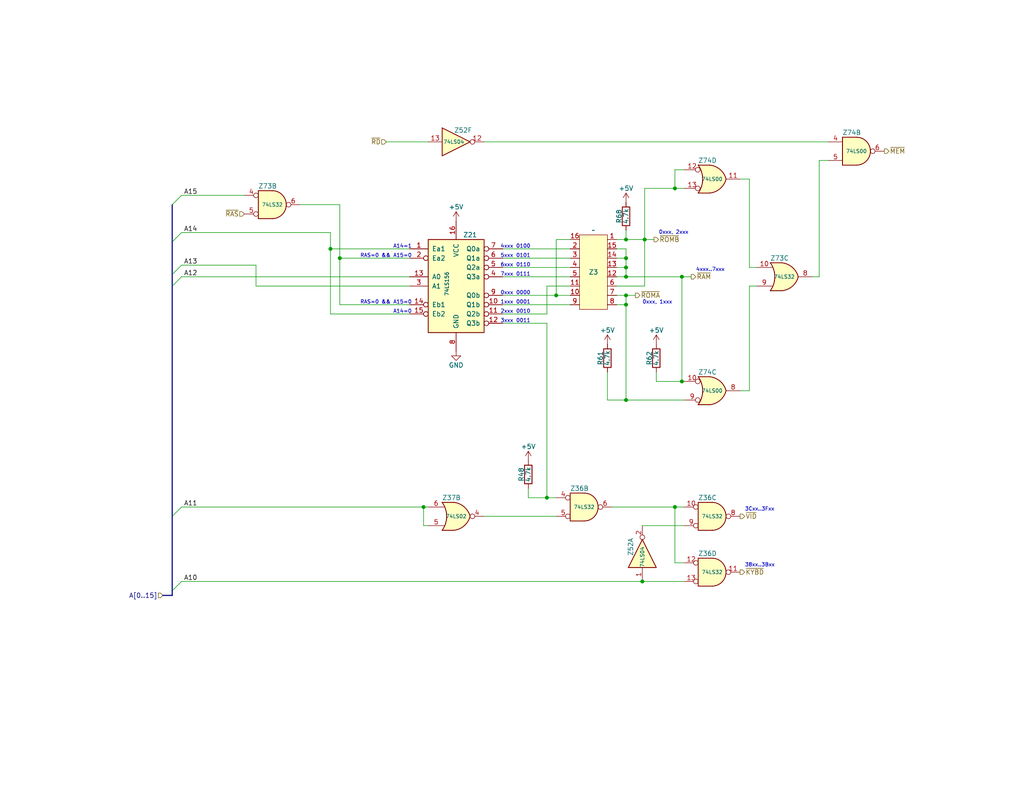
<source format=kicad_sch>
(kicad_sch (version 20230121) (generator eeschema)
  (paper "USLetter")
  (title_block (title "TRS-80 Model I") (date "2023-10-24") (rev "G") (company "RetroStack - Marcel Erz") (comment 2 "Address decoder circuit for main board components (except IO)") (comment 4 "Address Decoder"))
  (lib_symbols
    (symbol "74xx:74LS00" (pin_names (offset 1.016))
      (property "Reference" "U" (at 0 1.27 0))
      (property "Value" "74LS00" (at 0 -1.27 0))
      (symbol "74LS00_1_1"
        (arc (start 0 -3.81) (mid 3.7934 0) (end 0 3.81) (stroke (width 0.254)) (fill (type background)))
        (polyline (pts (xy 0 3.81) (xy -3.81 3.81) (xy -3.81 -3.81) (xy 0 -3.81)) (stroke (width 0.254)) (fill (type background)))
        (pin input line (at -7.62 2.54 0) (length 3.81) (name "~") (number "1"))
        (pin input line (at -7.62 -2.54 0) (length 3.81) (name "~") (number "2"))
        (pin output inverted (at 7.62 0 180) (length 3.81) (name "~") (number "3"))
      )
      (symbol "74LS00_1_2"
        (arc (start -3.81 -3.81) (mid -2.589 0) (end -3.81 3.81) (stroke (width 0.254)))
        (arc (start -0.6096 -3.81) (mid 2.1842 -2.5851) (end 3.81 0) (stroke (width 0.254)) (fill (type background)))
        (polyline (pts (xy -3.81 -3.81) (xy -0.635 -3.81)) (stroke (width 0.254)) (fill (type background)))
        (polyline (pts (xy -3.81 3.81) (xy -0.635 3.81)) (stroke (width 0.254)) (fill (type background)))
        (polyline (pts (xy -0.635 3.81) (xy -3.81 3.81) (xy -3.81 3.81) (xy -3.556 3.4036) (xy -3.0226 2.2606) (xy -2.6924 1.0414) (xy -2.6162 -0.254) (xy -2.7686 -1.4986) (xy -3.175 -2.7178) (xy -3.81 -3.81) (xy -3.81 -3.81) (xy -0.635 -3.81)) (stroke (width -25.4)) (fill (type background)))
        (arc (start 3.81 0) (mid 2.1915 2.5936) (end -0.6096 3.81) (stroke (width 0.254)) (fill (type background)))
        (pin input inverted (at -7.62 2.54 0) (length 4.318) (name "~") (number "1"))
        (pin input inverted (at -7.62 -2.54 0) (length 4.318) (name "~") (number "2"))
        (pin output line (at 7.62 0 180) (length 3.81) (name "~") (number "3"))
      )
      (symbol "74LS00_2_1"
        (arc (start 0 -3.81) (mid 3.7934 0) (end 0 3.81) (stroke (width 0.254)) (fill (type background)))
        (polyline (pts (xy 0 3.81) (xy -3.81 3.81) (xy -3.81 -3.81) (xy 0 -3.81)) (stroke (width 0.254)) (fill (type background)))
        (pin input line (at -7.62 2.54 0) (length 3.81) (name "~") (number "4"))
        (pin input line (at -7.62 -2.54 0) (length 3.81) (name "~") (number "5"))
        (pin output inverted (at 7.62 0 180) (length 3.81) (name "~") (number "6"))
      )
      (symbol "74LS00_2_2"
        (arc (start -3.81 -3.81) (mid -2.589 0) (end -3.81 3.81) (stroke (width 0.254)))
        (arc (start -0.6096 -3.81) (mid 2.1842 -2.5851) (end 3.81 0) (stroke (width 0.254)) (fill (type background)))
        (polyline (pts (xy -3.81 -3.81) (xy -0.635 -3.81)) (stroke (width 0.254)) (fill (type background)))
        (polyline (pts (xy -3.81 3.81) (xy -0.635 3.81)) (stroke (width 0.254)) (fill (type background)))
        (polyline (pts (xy -0.635 3.81) (xy -3.81 3.81) (xy -3.81 3.81) (xy -3.556 3.4036) (xy -3.0226 2.2606) (xy -2.6924 1.0414) (xy -2.6162 -0.254) (xy -2.7686 -1.4986) (xy -3.175 -2.7178) (xy -3.81 -3.81) (xy -3.81 -3.81) (xy -0.635 -3.81)) (stroke (width -25.4)) (fill (type background)))
        (arc (start 3.81 0) (mid 2.1915 2.5936) (end -0.6096 3.81) (stroke (width 0.254)) (fill (type background)))
        (pin input inverted (at -7.62 2.54 0) (length 4.318) (name "~") (number "4"))
        (pin input inverted (at -7.62 -2.54 0) (length 4.318) (name "~") (number "5"))
        (pin output line (at 7.62 0 180) (length 3.81) (name "~") (number "6"))
      )
      (symbol "74LS00_3_1"
        (arc (start 0 -3.81) (mid 3.7934 0) (end 0 3.81) (stroke (width 0.254)) (fill (type background)))
        (polyline (pts (xy 0 3.81) (xy -3.81 3.81) (xy -3.81 -3.81) (xy 0 -3.81)) (stroke (width 0.254)) (fill (type background)))
        (pin input line (at -7.62 -2.54 0) (length 3.81) (name "~") (number "10"))
        (pin output inverted (at 7.62 0 180) (length 3.81) (name "~") (number "8"))
        (pin input line (at -7.62 2.54 0) (length 3.81) (name "~") (number "9"))
      )
      (symbol "74LS00_3_2"
        (arc (start -3.81 -3.81) (mid -2.589 0) (end -3.81 3.81) (stroke (width 0.254)))
        (arc (start -0.6096 -3.81) (mid 2.1842 -2.5851) (end 3.81 0) (stroke (width 0.254)) (fill (type background)))
        (polyline (pts (xy -3.81 -3.81) (xy -0.635 -3.81)) (stroke (width 0.254)) (fill (type background)))
        (polyline (pts (xy -3.81 3.81) (xy -0.635 3.81)) (stroke (width 0.254)) (fill (type background)))
        (polyline (pts (xy -0.635 3.81) (xy -3.81 3.81) (xy -3.81 3.81) (xy -3.556 3.4036) (xy -3.0226 2.2606) (xy -2.6924 1.0414) (xy -2.6162 -0.254) (xy -2.7686 -1.4986) (xy -3.175 -2.7178) (xy -3.81 -3.81) (xy -3.81 -3.81) (xy -0.635 -3.81)) (stroke (width -25.4)) (fill (type background)))
        (arc (start 3.81 0) (mid 2.1915 2.5936) (end -0.6096 3.81) (stroke (width 0.254)) (fill (type background)))
        (pin input inverted (at -7.62 -2.54 0) (length 4.318) (name "~") (number "10"))
        (pin output line (at 7.62 0 180) (length 3.81) (name "~") (number "8"))
        (pin input inverted (at -7.62 2.54 0) (length 4.318) (name "~") (number "9"))
      )
      (symbol "74LS00_4_1"
        (arc (start 0 -3.81) (mid 3.7934 0) (end 0 3.81) (stroke (width 0.254)) (fill (type background)))
        (polyline (pts (xy 0 3.81) (xy -3.81 3.81) (xy -3.81 -3.81) (xy 0 -3.81)) (stroke (width 0.254)) (fill (type background)))
        (pin output inverted (at 7.62 0 180) (length 3.81) (name "~") (number "11"))
        (pin input line (at -7.62 2.54 0) (length 3.81) (name "~") (number "12"))
        (pin input line (at -7.62 -2.54 0) (length 3.81) (name "~") (number "13"))
      )
      (symbol "74LS00_4_2"
        (arc (start -3.81 -3.81) (mid -2.589 0) (end -3.81 3.81) (stroke (width 0.254)))
        (arc (start -0.6096 -3.81) (mid 2.1842 -2.5851) (end 3.81 0) (stroke (width 0.254)) (fill (type background)))
        (polyline (pts (xy -3.81 -3.81) (xy -0.635 -3.81)) (stroke (width 0.254)) (fill (type background)))
        (polyline (pts (xy -3.81 3.81) (xy -0.635 3.81)) (stroke (width 0.254)) (fill (type background)))
        (polyline (pts (xy -0.635 3.81) (xy -3.81 3.81) (xy -3.81 3.81) (xy -3.556 3.4036) (xy -3.0226 2.2606) (xy -2.6924 1.0414) (xy -2.6162 -0.254) (xy -2.7686 -1.4986) (xy -3.175 -2.7178) (xy -3.81 -3.81) (xy -3.81 -3.81) (xy -0.635 -3.81)) (stroke (width -25.4)) (fill (type background)))
        (arc (start 3.81 0) (mid 2.1915 2.5936) (end -0.6096 3.81) (stroke (width 0.254)) (fill (type background)))
        (pin output line (at 7.62 0 180) (length 3.81) (name "~") (number "11"))
        (pin input inverted (at -7.62 2.54 0) (length 4.318) (name "~") (number "12"))
        (pin input inverted (at -7.62 -2.54 0) (length 4.318) (name "~") (number "13"))
      )
      (symbol "74LS00_5_0"
        (pin power_in line (at 0 12.7 270) (length 5.08) (name "VCC") (number "14"))
        (pin power_in line (at 0 -12.7 90) (length 5.08) (name "GND") (number "7"))
      )
      (symbol "74LS00_5_1"
        (rectangle (start -5.08 7.62) (end 5.08 -7.62) (stroke (width 0.254)) (fill (type background)))
      )
    )
    (symbol "74xx:74LS02" (pin_names (offset 1.016))
      (property "Reference" "U" (at 0 1.27 0))
      (property "Value" "74LS02" (at 0 -1.27 0))
      (symbol "74LS02_1_1"
        (arc (start -3.81 -3.81) (mid -2.589 0) (end -3.81 3.81) (stroke (width 0.254)))
        (arc (start -0.6096 -3.81) (mid 2.1842 -2.5851) (end 3.81 0) (stroke (width 0.254)) (fill (type background)))
        (polyline (pts (xy -3.81 -3.81) (xy -0.635 -3.81)) (stroke (width 0.254)) (fill (type background)))
        (polyline (pts (xy -3.81 3.81) (xy -0.635 3.81)) (stroke (width 0.254)) (fill (type background)))
        (polyline (pts (xy -0.635 3.81) (xy -3.81 3.81) (xy -3.81 3.81) (xy -3.556 3.4036) (xy -3.0226 2.2606) (xy -2.6924 1.0414) (xy -2.6162 -0.254) (xy -2.7686 -1.4986) (xy -3.175 -2.7178) (xy -3.81 -3.81) (xy -3.81 -3.81) (xy -0.635 -3.81)) (stroke (width -25.4)) (fill (type background)))
        (arc (start 3.81 0) (mid 2.1915 2.5936) (end -0.6096 3.81) (stroke (width 0.254)) (fill (type background)))
        (pin output inverted (at 7.62 0 180) (length 3.81) (name "~") (number "1"))
        (pin input line (at -7.62 2.54 0) (length 4.318) (name "~") (number "2"))
        (pin input line (at -7.62 -2.54 0) (length 4.318) (name "~") (number "3"))
      )
      (symbol "74LS02_1_2"
        (arc (start 0 -3.81) (mid 3.7934 0) (end 0 3.81) (stroke (width 0.254)) (fill (type background)))
        (polyline (pts (xy 0 3.81) (xy -3.81 3.81) (xy -3.81 -3.81) (xy 0 -3.81)) (stroke (width 0.254)) (fill (type background)))
        (pin output line (at 7.62 0 180) (length 3.81) (name "~") (number "1"))
        (pin input inverted (at -7.62 2.54 0) (length 3.81) (name "~") (number "2"))
        (pin input inverted (at -7.62 -2.54 0) (length 3.81) (name "~") (number "3"))
      )
      (symbol "74LS02_2_1"
        (arc (start -3.81 -3.81) (mid -2.589 0) (end -3.81 3.81) (stroke (width 0.254)))
        (arc (start -0.6096 -3.81) (mid 2.1842 -2.5851) (end 3.81 0) (stroke (width 0.254)) (fill (type background)))
        (polyline (pts (xy -3.81 -3.81) (xy -0.635 -3.81)) (stroke (width 0.254)) (fill (type background)))
        (polyline (pts (xy -3.81 3.81) (xy -0.635 3.81)) (stroke (width 0.254)) (fill (type background)))
        (polyline (pts (xy -0.635 3.81) (xy -3.81 3.81) (xy -3.81 3.81) (xy -3.556 3.4036) (xy -3.0226 2.2606) (xy -2.6924 1.0414) (xy -2.6162 -0.254) (xy -2.7686 -1.4986) (xy -3.175 -2.7178) (xy -3.81 -3.81) (xy -3.81 -3.81) (xy -0.635 -3.81)) (stroke (width -25.4)) (fill (type background)))
        (arc (start 3.81 0) (mid 2.1915 2.5936) (end -0.6096 3.81) (stroke (width 0.254)) (fill (type background)))
        (pin output inverted (at 7.62 0 180) (length 3.81) (name "~") (number "4"))
        (pin input line (at -7.62 2.54 0) (length 4.318) (name "~") (number "5"))
        (pin input line (at -7.62 -2.54 0) (length 4.318) (name "~") (number "6"))
      )
      (symbol "74LS02_2_2"
        (arc (start 0 -3.81) (mid 3.7934 0) (end 0 3.81) (stroke (width 0.254)) (fill (type background)))
        (polyline (pts (xy 0 3.81) (xy -3.81 3.81) (xy -3.81 -3.81) (xy 0 -3.81)) (stroke (width 0.254)) (fill (type background)))
        (pin output line (at 7.62 0 180) (length 3.81) (name "~") (number "4"))
        (pin input inverted (at -7.62 2.54 0) (length 3.81) (name "~") (number "5"))
        (pin input inverted (at -7.62 -2.54 0) (length 3.81) (name "~") (number "6"))
      )
      (symbol "74LS02_3_1"
        (arc (start -3.81 -3.81) (mid -2.589 0) (end -3.81 3.81) (stroke (width 0.254)))
        (arc (start -0.6096 -3.81) (mid 2.1842 -2.5851) (end 3.81 0) (stroke (width 0.254)) (fill (type background)))
        (polyline (pts (xy -3.81 -3.81) (xy -0.635 -3.81)) (stroke (width 0.254)) (fill (type background)))
        (polyline (pts (xy -3.81 3.81) (xy -0.635 3.81)) (stroke (width 0.254)) (fill (type background)))
        (polyline (pts (xy -0.635 3.81) (xy -3.81 3.81) (xy -3.81 3.81) (xy -3.556 3.4036) (xy -3.0226 2.2606) (xy -2.6924 1.0414) (xy -2.6162 -0.254) (xy -2.7686 -1.4986) (xy -3.175 -2.7178) (xy -3.81 -3.81) (xy -3.81 -3.81) (xy -0.635 -3.81)) (stroke (width -25.4)) (fill (type background)))
        (arc (start 3.81 0) (mid 2.1915 2.5936) (end -0.6096 3.81) (stroke (width 0.254)) (fill (type background)))
        (pin output inverted (at 7.62 0 180) (length 3.81) (name "~") (number "10"))
        (pin input line (at -7.62 2.54 0) (length 4.318) (name "~") (number "8"))
        (pin input line (at -7.62 -2.54 0) (length 4.318) (name "~") (number "9"))
      )
      (symbol "74LS02_3_2"
        (arc (start 0 -3.81) (mid 3.7934 0) (end 0 3.81) (stroke (width 0.254)) (fill (type background)))
        (polyline (pts (xy 0 3.81) (xy -3.81 3.81) (xy -3.81 -3.81) (xy 0 -3.81)) (stroke (width 0.254)) (fill (type background)))
        (pin output line (at 7.62 0 180) (length 3.81) (name "~") (number "10"))
        (pin input inverted (at -7.62 2.54 0) (length 3.81) (name "~") (number "8"))
        (pin input inverted (at -7.62 -2.54 0) (length 3.81) (name "~") (number "9"))
      )
      (symbol "74LS02_4_1"
        (arc (start -3.81 -3.81) (mid -2.589 0) (end -3.81 3.81) (stroke (width 0.254)))
        (arc (start -0.6096 -3.81) (mid 2.1842 -2.5851) (end 3.81 0) (stroke (width 0.254)) (fill (type background)))
        (polyline (pts (xy -3.81 -3.81) (xy -0.635 -3.81)) (stroke (width 0.254)) (fill (type background)))
        (polyline (pts (xy -3.81 3.81) (xy -0.635 3.81)) (stroke (width 0.254)) (fill (type background)))
        (polyline (pts (xy -0.635 3.81) (xy -3.81 3.81) (xy -3.81 3.81) (xy -3.556 3.4036) (xy -3.0226 2.2606) (xy -2.6924 1.0414) (xy -2.6162 -0.254) (xy -2.7686 -1.4986) (xy -3.175 -2.7178) (xy -3.81 -3.81) (xy -3.81 -3.81) (xy -0.635 -3.81)) (stroke (width -25.4)) (fill (type background)))
        (arc (start 3.81 0) (mid 2.1915 2.5936) (end -0.6096 3.81) (stroke (width 0.254)) (fill (type background)))
        (pin input line (at -7.62 2.54 0) (length 4.318) (name "~") (number "11"))
        (pin input line (at -7.62 -2.54 0) (length 4.318) (name "~") (number "12"))
        (pin output inverted (at 7.62 0 180) (length 3.81) (name "~") (number "13"))
      )
      (symbol "74LS02_4_2"
        (arc (start 0 -3.81) (mid 3.7934 0) (end 0 3.81) (stroke (width 0.254)) (fill (type background)))
        (polyline (pts (xy 0 3.81) (xy -3.81 3.81) (xy -3.81 -3.81) (xy 0 -3.81)) (stroke (width 0.254)) (fill (type background)))
        (pin input inverted (at -7.62 2.54 0) (length 3.81) (name "~") (number "11"))
        (pin input inverted (at -7.62 -2.54 0) (length 3.81) (name "~") (number "12"))
        (pin output line (at 7.62 0 180) (length 3.81) (name "~") (number "13"))
      )
      (symbol "74LS02_5_0"
        (pin power_in line (at 0 12.7 270) (length 5.08) (name "VCC") (number "14"))
        (pin power_in line (at 0 -12.7 90) (length 5.08) (name "GND") (number "7"))
      )
      (symbol "74LS02_5_1"
        (rectangle (start -5.08 7.62) (end 5.08 -7.62) (stroke (width 0.254)) (fill (type background)))
      )
    )
    (symbol "74xx:74LS04"
      (property "Reference" "U" (at 0 1.27 0))
      (property "Value" "74LS04" (at 0 -1.27 0))
      (symbol "74LS04_1_0"
        (polyline (pts (xy -3.81 3.81) (xy -3.81 -3.81) (xy 3.81 0) (xy -3.81 3.81)) (stroke (width 0.254)) (fill (type background)))
        (pin input line (at -7.62 0 0) (length 3.81) (name "~") (number "1"))
        (pin output inverted (at 7.62 0 180) (length 3.81) (name "~") (number "2"))
      )
      (symbol "74LS04_2_0"
        (polyline (pts (xy -3.81 3.81) (xy -3.81 -3.81) (xy 3.81 0) (xy -3.81 3.81)) (stroke (width 0.254)) (fill (type background)))
        (pin input line (at -7.62 0 0) (length 3.81) (name "~") (number "3"))
        (pin output inverted (at 7.62 0 180) (length 3.81) (name "~") (number "4"))
      )
      (symbol "74LS04_3_0"
        (polyline (pts (xy -3.81 3.81) (xy -3.81 -3.81) (xy 3.81 0) (xy -3.81 3.81)) (stroke (width 0.254)) (fill (type background)))
        (pin input line (at -7.62 0 0) (length 3.81) (name "~") (number "5"))
        (pin output inverted (at 7.62 0 180) (length 3.81) (name "~") (number "6"))
      )
      (symbol "74LS04_4_0"
        (polyline (pts (xy -3.81 3.81) (xy -3.81 -3.81) (xy 3.81 0) (xy -3.81 3.81)) (stroke (width 0.254)) (fill (type background)))
        (pin output inverted (at 7.62 0 180) (length 3.81) (name "~") (number "8"))
        (pin input line (at -7.62 0 0) (length 3.81) (name "~") (number "9"))
      )
      (symbol "74LS04_5_0"
        (polyline (pts (xy -3.81 3.81) (xy -3.81 -3.81) (xy 3.81 0) (xy -3.81 3.81)) (stroke (width 0.254)) (fill (type background)))
        (pin output inverted (at 7.62 0 180) (length 3.81) (name "~") (number "10"))
        (pin input line (at -7.62 0 0) (length 3.81) (name "~") (number "11"))
      )
      (symbol "74LS04_6_0"
        (polyline (pts (xy -3.81 3.81) (xy -3.81 -3.81) (xy 3.81 0) (xy -3.81 3.81)) (stroke (width 0.254)) (fill (type background)))
        (pin output inverted (at 7.62 0 180) (length 3.81) (name "~") (number "12"))
        (pin input line (at -7.62 0 0) (length 3.81) (name "~") (number "13"))
      )
      (symbol "74LS04_7_0"
        (pin power_in line (at 0 12.7 270) (length 5.08) (name "VCC") (number "14"))
        (pin power_in line (at 0 -12.7 90) (length 5.08) (name "GND") (number "7"))
      )
      (symbol "74LS04_7_1"
        (rectangle (start -5.08 7.62) (end 5.08 -7.62) (stroke (width 0.254)) (fill (type background)))
      )
    )
    (symbol "74xx:74LS156" (pin_names (offset 1.016))
      (property "Reference" "U" (at -7.62 13.97 0))
      (property "Value" "74LS156" (at -7.62 -13.97 0))
      (symbol "74LS156_1_0"
        (pin input line (at -12.7 10.16 0) (length 5.08) (name "Ea1") (number "1"))
        (pin output inverted (at 12.7 -5.08 180) (length 5.08) (name "Q1b") (number "10"))
        (pin output inverted (at 12.7 -7.62 180) (length 5.08) (name "Q2b") (number "11"))
        (pin output inverted (at 12.7 -10.16 180) (length 5.08) (name "Q3b") (number "12"))
        (pin input line (at -12.7 2.54 0) (length 5.08) (name "A0") (number "13"))
        (pin input inverted (at -12.7 -5.08 0) (length 5.08) (name "Eb1") (number "14"))
        (pin input inverted (at -12.7 -7.62 0) (length 5.08) (name "Eb2") (number "15"))
        (pin power_in line (at 0 17.78 270) (length 5.08) (name "VCC") (number "16"))
        (pin input inverted (at -12.7 7.62 0) (length 5.08) (name "Ea2") (number "2"))
        (pin input line (at -12.7 0 0) (length 5.08) (name "A1") (number "3"))
        (pin output inverted (at 12.7 2.54 180) (length 5.08) (name "Q3a") (number "4"))
        (pin output inverted (at 12.7 5.08 180) (length 5.08) (name "Q2a") (number "5"))
        (pin output inverted (at 12.7 7.62 180) (length 5.08) (name "Q1a") (number "6"))
        (pin output inverted (at 12.7 10.16 180) (length 5.08) (name "Q0a") (number "7"))
        (pin power_in line (at 0 -17.78 90) (length 5.08) (name "GND") (number "8"))
        (pin output inverted (at 12.7 -2.54 180) (length 5.08) (name "Q0b") (number "9"))
      )
      (symbol "74LS156_1_1"
        (rectangle (start -7.62 12.7) (end 7.62 -12.7) (stroke (width 0.254)) (fill (type background)))
      )
    )
    (symbol "74xx:74LS32" (pin_names (offset 1.016))
      (property "Reference" "U" (at 0 1.27 0))
      (property "Value" "74LS32" (at 0 -1.27 0))
      (symbol "74LS32_1_1"
        (arc (start -3.81 -3.81) (mid -2.589 0) (end -3.81 3.81) (stroke (width 0.254)))
        (arc (start -0.6096 -3.81) (mid 2.1842 -2.5851) (end 3.81 0) (stroke (width 0.254)) (fill (type background)))
        (polyline (pts (xy -3.81 -3.81) (xy -0.635 -3.81)) (stroke (width 0.254)) (fill (type background)))
        (polyline (pts (xy -3.81 3.81) (xy -0.635 3.81)) (stroke (width 0.254)) (fill (type background)))
        (polyline (pts (xy -0.635 3.81) (xy -3.81 3.81) (xy -3.81 3.81) (xy -3.556 3.4036) (xy -3.0226 2.2606) (xy -2.6924 1.0414) (xy -2.6162 -0.254) (xy -2.7686 -1.4986) (xy -3.175 -2.7178) (xy -3.81 -3.81) (xy -3.81 -3.81) (xy -0.635 -3.81)) (stroke (width -25.4)) (fill (type background)))
        (arc (start 3.81 0) (mid 2.1915 2.5936) (end -0.6096 3.81) (stroke (width 0.254)) (fill (type background)))
        (pin input line (at -7.62 2.54 0) (length 4.318) (name "~") (number "1"))
        (pin input line (at -7.62 -2.54 0) (length 4.318) (name "~") (number "2"))
        (pin output line (at 7.62 0 180) (length 3.81) (name "~") (number "3"))
      )
      (symbol "74LS32_1_2"
        (arc (start 0 -3.81) (mid 3.7934 0) (end 0 3.81) (stroke (width 0.254)) (fill (type background)))
        (polyline (pts (xy 0 3.81) (xy -3.81 3.81) (xy -3.81 -3.81) (xy 0 -3.81)) (stroke (width 0.254)) (fill (type background)))
        (pin input inverted (at -7.62 2.54 0) (length 3.81) (name "~") (number "1"))
        (pin input inverted (at -7.62 -2.54 0) (length 3.81) (name "~") (number "2"))
        (pin output inverted (at 7.62 0 180) (length 3.81) (name "~") (number "3"))
      )
      (symbol "74LS32_2_1"
        (arc (start -3.81 -3.81) (mid -2.589 0) (end -3.81 3.81) (stroke (width 0.254)))
        (arc (start -0.6096 -3.81) (mid 2.1842 -2.5851) (end 3.81 0) (stroke (width 0.254)) (fill (type background)))
        (polyline (pts (xy -3.81 -3.81) (xy -0.635 -3.81)) (stroke (width 0.254)) (fill (type background)))
        (polyline (pts (xy -3.81 3.81) (xy -0.635 3.81)) (stroke (width 0.254)) (fill (type background)))
        (polyline (pts (xy -0.635 3.81) (xy -3.81 3.81) (xy -3.81 3.81) (xy -3.556 3.4036) (xy -3.0226 2.2606) (xy -2.6924 1.0414) (xy -2.6162 -0.254) (xy -2.7686 -1.4986) (xy -3.175 -2.7178) (xy -3.81 -3.81) (xy -3.81 -3.81) (xy -0.635 -3.81)) (stroke (width -25.4)) (fill (type background)))
        (arc (start 3.81 0) (mid 2.1915 2.5936) (end -0.6096 3.81) (stroke (width 0.254)) (fill (type background)))
        (pin input line (at -7.62 2.54 0) (length 4.318) (name "~") (number "4"))
        (pin input line (at -7.62 -2.54 0) (length 4.318) (name "~") (number "5"))
        (pin output line (at 7.62 0 180) (length 3.81) (name "~") (number "6"))
      )
      (symbol "74LS32_2_2"
        (arc (start 0 -3.81) (mid 3.7934 0) (end 0 3.81) (stroke (width 0.254)) (fill (type background)))
        (polyline (pts (xy 0 3.81) (xy -3.81 3.81) (xy -3.81 -3.81) (xy 0 -3.81)) (stroke (width 0.254)) (fill (type background)))
        (pin input inverted (at -7.62 2.54 0) (length 3.81) (name "~") (number "4"))
        (pin input inverted (at -7.62 -2.54 0) (length 3.81) (name "~") (number "5"))
        (pin output inverted (at 7.62 0 180) (length 3.81) (name "~") (number "6"))
      )
      (symbol "74LS32_3_1"
        (arc (start -3.81 -3.81) (mid -2.589 0) (end -3.81 3.81) (stroke (width 0.254)))
        (arc (start -0.6096 -3.81) (mid 2.1842 -2.5851) (end 3.81 0) (stroke (width 0.254)) (fill (type background)))
        (polyline (pts (xy -3.81 -3.81) (xy -0.635 -3.81)) (stroke (width 0.254)) (fill (type background)))
        (polyline (pts (xy -3.81 3.81) (xy -0.635 3.81)) (stroke (width 0.254)) (fill (type background)))
        (polyline (pts (xy -0.635 3.81) (xy -3.81 3.81) (xy -3.81 3.81) (xy -3.556 3.4036) (xy -3.0226 2.2606) (xy -2.6924 1.0414) (xy -2.6162 -0.254) (xy -2.7686 -1.4986) (xy -3.175 -2.7178) (xy -3.81 -3.81) (xy -3.81 -3.81) (xy -0.635 -3.81)) (stroke (width -25.4)) (fill (type background)))
        (arc (start 3.81 0) (mid 2.1915 2.5936) (end -0.6096 3.81) (stroke (width 0.254)) (fill (type background)))
        (pin input line (at -7.62 -2.54 0) (length 4.318) (name "~") (number "10"))
        (pin output line (at 7.62 0 180) (length 3.81) (name "~") (number "8"))
        (pin input line (at -7.62 2.54 0) (length 4.318) (name "~") (number "9"))
      )
      (symbol "74LS32_3_2"
        (arc (start 0 -3.81) (mid 3.7934 0) (end 0 3.81) (stroke (width 0.254)) (fill (type background)))
        (polyline (pts (xy 0 3.81) (xy -3.81 3.81) (xy -3.81 -3.81) (xy 0 -3.81)) (stroke (width 0.254)) (fill (type background)))
        (pin input inverted (at -7.62 -2.54 0) (length 3.81) (name "~") (number "10"))
        (pin output inverted (at 7.62 0 180) (length 3.81) (name "~") (number "8"))
        (pin input inverted (at -7.62 2.54 0) (length 3.81) (name "~") (number "9"))
      )
      (symbol "74LS32_4_1"
        (arc (start -3.81 -3.81) (mid -2.589 0) (end -3.81 3.81) (stroke (width 0.254)))
        (arc (start -0.6096 -3.81) (mid 2.1842 -2.5851) (end 3.81 0) (stroke (width 0.254)) (fill (type background)))
        (polyline (pts (xy -3.81 -3.81) (xy -0.635 -3.81)) (stroke (width 0.254)) (fill (type background)))
        (polyline (pts (xy -3.81 3.81) (xy -0.635 3.81)) (stroke (width 0.254)) (fill (type background)))
        (polyline (pts (xy -0.635 3.81) (xy -3.81 3.81) (xy -3.81 3.81) (xy -3.556 3.4036) (xy -3.0226 2.2606) (xy -2.6924 1.0414) (xy -2.6162 -0.254) (xy -2.7686 -1.4986) (xy -3.175 -2.7178) (xy -3.81 -3.81) (xy -3.81 -3.81) (xy -0.635 -3.81)) (stroke (width -25.4)) (fill (type background)))
        (arc (start 3.81 0) (mid 2.1915 2.5936) (end -0.6096 3.81) (stroke (width 0.254)) (fill (type background)))
        (pin output line (at 7.62 0 180) (length 3.81) (name "~") (number "11"))
        (pin input line (at -7.62 2.54 0) (length 4.318) (name "~") (number "12"))
        (pin input line (at -7.62 -2.54 0) (length 4.318) (name "~") (number "13"))
      )
      (symbol "74LS32_4_2"
        (arc (start 0 -3.81) (mid 3.7934 0) (end 0 3.81) (stroke (width 0.254)) (fill (type background)))
        (polyline (pts (xy 0 3.81) (xy -3.81 3.81) (xy -3.81 -3.81) (xy 0 -3.81)) (stroke (width 0.254)) (fill (type background)))
        (pin output inverted (at 7.62 0 180) (length 3.81) (name "~") (number "11"))
        (pin input inverted (at -7.62 2.54 0) (length 3.81) (name "~") (number "12"))
        (pin input inverted (at -7.62 -2.54 0) (length 3.81) (name "~") (number "13"))
      )
      (symbol "74LS32_5_0"
        (pin power_in line (at 0 12.7 270) (length 5.08) (name "VCC") (number "14"))
        (pin power_in line (at 0 -12.7 90) (length 5.08) (name "GND") (number "7"))
      )
      (symbol "74LS32_5_1"
        (rectangle (start -5.08 7.62) (end 5.08 -7.62) (stroke (width 0.254)) (fill (type background)))
      )
    )
    (symbol "Device:R" (pin_numbers hide) (pin_names (offset 0))
      (property "Reference" "R" (at 2.032 0 90))
      (property "Value" "R" (at 0 0 90))
      (symbol "R_0_1"
        (rectangle (start -1.016 -2.54) (end 1.016 2.54) (stroke (width 0.254)))
      )
      (symbol "R_1_1"
        (pin passive line (at 0 3.81 270) (length 1.27) (name "~") (number "1"))
        (pin passive line (at 0 -3.81 90) (length 1.27) (name "~") (number "2"))
      )
    )
    (symbol "RetroStackLibrary:TRS80ModelIX3"
      (property "Reference" "X" (at 0 0 0))
      (symbol "TRS80ModelIX3_1_1"
        (rectangle (start -3.81 -1.27) (end 3.81 -21.59) (fill (type background)))
        (pin passive line (at 6.35 -2.54 180) (length 2.54) (name "~") (number "1"))
        (pin passive line (at -6.35 -17.78 0) (length 2.54) (name "~") (number "10"))
        (pin passive line (at -6.35 -15.24 0) (length 2.54) (name "~") (number "11"))
        (pin passive line (at 6.35 -12.7 180) (length 2.54) (name "~") (number "12"))
        (pin passive line (at 6.35 -10.16 180) (length 2.54) (name "~") (number "13"))
        (pin passive line (at 6.35 -7.62 180) (length 2.54) (name "~") (number "14"))
        (pin passive line (at 6.35 -5.08 180) (length 2.54) (name "~") (number "15"))
        (pin passive line (at -6.35 -2.54 0) (length 2.54) (name "~") (number "16"))
        (pin passive line (at -6.35 -5.08 0) (length 2.54) (name "~") (number "2"))
        (pin passive line (at -6.35 -7.62 0) (length 2.54) (name "~") (number "3"))
        (pin passive line (at -6.35 -10.16 0) (length 2.54) (name "~") (number "4"))
        (pin passive line (at -6.35 -12.7 0) (length 2.54) (name "~") (number "5"))
        (pin passive line (at 6.35 -15.24 180) (length 2.54) (name "~") (number "6"))
        (pin passive line (at 6.35 -17.78 180) (length 2.54) (name "~") (number "7"))
        (pin passive line (at 6.35 -20.32 180) (length 2.54) (name "~") (number "8"))
        (pin passive line (at -6.35 -20.32 0) (length 2.54) (name "~") (number "9"))
      )
    )
    (symbol "power:+5V" (power) (pin_names (offset 0))
      (property "Value" "+5V" (at 0 3.556 0))
      (symbol "+5V_0_1"
        (polyline (pts (xy -0.762 1.27) (xy 0 2.54)))
        (polyline (pts (xy 0 0) (xy 0 2.54)))
        (polyline (pts (xy 0 2.54) (xy 0.762 1.27)))
      )
      (symbol "+5V_1_1"
        (pin power_in line (at 0 0 90) (length 0) hide (name "+5V") (number "1"))
      )
    )
    (symbol "power:GND" (power) (pin_names (offset 0))
      (property "Value" "GND" (at 0 -3.81 0))
      (symbol "GND_0_1"
        (polyline (pts (xy 0 0) (xy 0 -1.27) (xy 1.27 -1.27) (xy 0 -2.54) (xy -1.27 -1.27) (xy 0 -1.27)))
      )
      (symbol "GND_1_1"
        (pin power_in line (at 0 0 270) (length 0) hide (name "GND") (number "1"))
      )
    )
  )
  (junction (at 149.225 135.89))
  (junction (at 170.815 80.645))
  (junction (at 170.815 73.025))
  (junction (at 151.765 80.645))
  (junction (at 170.815 109.22))
  (junction (at 115.57 138.43))
  (junction (at 186.055 104.14))
  (junction (at 170.815 65.405))
  (junction (at 175.26 158.75))
  (junction (at 170.815 75.565))
  (junction (at 184.15 51.435))
  (junction (at 92.71 70.485))
  (junction (at 184.15 138.43))
  (junction (at 90.17 67.945))
  (junction (at 186.055 75.565))
  (junction (at 170.815 83.185))
  (junction (at 175.895 65.405))
  (junction (at 170.815 70.485))
  (bus_entry (at 49.53 138.43) (size -2.54 2.54))
  (bus_entry (at 49.53 158.75) (size -2.54 2.54))
  (bus_entry (at 49.53 75.565) (size -2.54 2.54))
  (bus_entry (at 49.53 63.5) (size -2.54 2.54))
  (bus_entry (at 49.53 53.34) (size -2.54 2.54))
  (bus_entry (at 49.53 72.39) (size -2.54 2.54))
  (wire (pts (xy 170.815 75.565) (xy 186.055 75.565)))
  (wire (pts (xy 168.275 65.405) (xy 170.815 65.405)))
  (wire (pts (xy 184.15 138.43) (xy 186.69 138.43)))
  (wire (pts (xy 132.08 38.735) (xy 226.06 38.735)))
  (wire (pts (xy 204.47 73.025) (xy 204.47 48.895)))
  (wire (pts (xy 201.93 48.895) (xy 204.47 48.895)))
  (wire (pts (xy 186.69 46.355) (xy 184.15 46.355)))
  (wire (pts (xy 184.15 46.355) (xy 184.15 51.435)))
  (wire (pts (xy 137.16 80.645) (xy 151.765 80.645)))
  (wire (pts (xy 137.16 75.565) (xy 155.575 75.565)))
  (bus (pts (xy 46.99 140.97) (xy 46.99 161.29)))
  (wire (pts (xy 115.57 143.51) (xy 115.57 138.43)))
  (wire (pts (xy 168.275 70.485) (xy 170.815 70.485)))
  (wire (pts (xy 170.815 65.405) (xy 175.895 65.405)))
  (wire (pts (xy 151.765 80.645) (xy 155.575 80.645)))
  (wire (pts (xy 149.225 78.105) (xy 149.225 85.725)))
  (wire (pts (xy 151.765 65.405) (xy 151.765 80.645)))
  (wire (pts (xy 175.26 143.51) (xy 186.69 143.51)))
  (wire (pts (xy 170.815 70.485) (xy 170.815 73.025)))
  (bus (pts (xy 44.45 162.56) (xy 46.99 162.56)))
  (wire (pts (xy 90.17 67.945) (xy 111.76 67.945)))
  (wire (pts (xy 184.15 51.435) (xy 186.69 51.435)))
  (wire (pts (xy 184.15 153.67) (xy 186.69 153.67)))
  (wire (pts (xy 179.07 104.14) (xy 186.055 104.14)))
  (wire (pts (xy 186.055 104.14) (xy 186.69 104.14)))
  (wire (pts (xy 49.53 72.39) (xy 69.85 72.39)))
  (bus (pts (xy 46.99 66.04) (xy 46.99 74.93)))
  (wire (pts (xy 137.16 70.485) (xy 155.575 70.485)))
  (wire (pts (xy 132.08 140.97) (xy 151.765 140.97)))
  (wire (pts (xy 175.895 51.435) (xy 175.895 65.405)))
  (wire (pts (xy 170.815 62.865) (xy 170.815 65.405)))
  (wire (pts (xy 137.16 67.945) (xy 155.575 67.945)))
  (wire (pts (xy 167.005 138.43) (xy 184.15 138.43)))
  (wire (pts (xy 184.15 138.43) (xy 184.15 153.67)))
  (wire (pts (xy 204.47 106.68) (xy 204.47 78.105)))
  (wire (pts (xy 90.17 67.945) (xy 90.17 85.725)))
  (wire (pts (xy 186.055 75.565) (xy 186.055 104.14)))
  (wire (pts (xy 175.26 158.75) (xy 186.69 158.75)))
  (wire (pts (xy 90.17 63.5) (xy 90.17 67.945)))
  (wire (pts (xy 49.53 138.43) (xy 115.57 138.43)))
  (wire (pts (xy 81.915 55.88) (xy 92.71 55.88)))
  (wire (pts (xy 92.71 70.485) (xy 111.76 70.485)))
  (wire (pts (xy 170.815 75.565) (xy 170.815 73.025)))
  (wire (pts (xy 223.52 75.565) (xy 221.615 75.565)))
  (bus (pts (xy 46.99 66.04) (xy 46.99 55.88)))
  (wire (pts (xy 168.275 75.565) (xy 170.815 75.565)))
  (wire (pts (xy 179.07 101.6) (xy 179.07 104.14)))
  (wire (pts (xy 69.85 72.39) (xy 69.85 78.105)))
  (wire (pts (xy 165.735 109.22) (xy 170.815 109.22)))
  (wire (pts (xy 111.76 85.725) (xy 90.17 85.725)))
  (wire (pts (xy 170.815 80.645) (xy 173.355 80.645)))
  (wire (pts (xy 115.57 138.43) (xy 116.84 138.43)))
  (wire (pts (xy 149.225 135.89) (xy 149.225 88.265)))
  (wire (pts (xy 49.53 75.565) (xy 111.76 75.565)))
  (wire (pts (xy 49.53 158.75) (xy 175.26 158.75)))
  (wire (pts (xy 168.275 73.025) (xy 170.815 73.025)))
  (wire (pts (xy 137.16 73.025) (xy 155.575 73.025)))
  (bus (pts (xy 46.99 161.29) (xy 46.99 162.56)))
  (wire (pts (xy 92.71 55.88) (xy 92.71 70.485)))
  (wire (pts (xy 170.815 67.945) (xy 170.815 70.485)))
  (wire (pts (xy 223.52 43.815) (xy 223.52 75.565)))
  (wire (pts (xy 170.815 80.645) (xy 170.815 83.185)))
  (wire (pts (xy 186.055 75.565) (xy 188.595 75.565)))
  (wire (pts (xy 144.145 135.89) (xy 149.225 135.89)))
  (wire (pts (xy 105.41 38.735) (xy 116.84 38.735)))
  (wire (pts (xy 170.815 83.185) (xy 170.815 109.22)))
  (wire (pts (xy 168.275 67.945) (xy 170.815 67.945)))
  (wire (pts (xy 175.895 65.405) (xy 175.895 78.105)))
  (wire (pts (xy 137.16 85.725) (xy 149.225 85.725)))
  (wire (pts (xy 137.16 83.185) (xy 155.575 83.185)))
  (wire (pts (xy 186.69 109.22) (xy 170.815 109.22)))
  (wire (pts (xy 49.53 53.34) (xy 66.675 53.34)))
  (wire (pts (xy 175.895 51.435) (xy 184.15 51.435)))
  (wire (pts (xy 165.735 101.6) (xy 165.735 109.22)))
  (wire (pts (xy 155.575 78.105) (xy 149.225 78.105)))
  (wire (pts (xy 204.47 78.105) (xy 206.375 78.105)))
  (wire (pts (xy 151.765 135.89) (xy 149.225 135.89)))
  (wire (pts (xy 223.52 43.815) (xy 226.06 43.815)))
  (wire (pts (xy 175.895 78.105) (xy 168.275 78.105)))
  (wire (pts (xy 92.71 70.485) (xy 92.71 83.185)))
  (bus (pts (xy 46.99 74.93) (xy 46.99 78.105)))
  (wire (pts (xy 92.71 83.185) (xy 111.76 83.185)))
  (wire (pts (xy 144.145 133.35) (xy 144.145 135.89)))
  (wire (pts (xy 175.895 65.405) (xy 178.435 65.405)))
  (wire (pts (xy 155.575 65.405) (xy 151.765 65.405)))
  (wire (pts (xy 168.275 80.645) (xy 170.815 80.645)))
  (wire (pts (xy 201.93 106.68) (xy 204.47 106.68)))
  (bus (pts (xy 46.99 78.105) (xy 46.99 140.97)))
  (wire (pts (xy 116.84 143.51) (xy 115.57 143.51)))
  (wire (pts (xy 206.375 73.025) (xy 204.47 73.025)))
  (wire (pts (xy 168.275 83.185) (xy 170.815 83.185)))
  (wire (pts (xy 149.225 88.265) (xy 137.16 88.265)))
  (wire (pts (xy 49.53 63.5) (xy 90.17 63.5)))
  (wire (pts (xy 69.85 78.105) (xy 111.76 78.105)))
  (text "38xx..3Bxx" (at 203.2 154.94 0) (effects (font (size 1 1)) (justify left bottom)))
  (text "5xxx" (at 136.525 70.485 0) (effects (font (size 1 1)) (justify left bottom)))
  (text "4xxx" (at 136.525 67.945 0) (effects (font (size 1 1)) (justify left bottom)))
  (text "0001" (at 144.78 83.185 0) (effects (font (size 1 1)) (justify right bottom)))
  (text "0000" (at 144.78 80.645 0) (effects (font (size 1 1)) (justify right bottom)))
  (text "0111" (at 144.78 75.565 0) (effects (font (size 1 1)) (justify right bottom)))
  (text "RAS=0 && A15=0" (at 112.395 70.485 0) (effects (font (size 1 1)) (justify right bottom)))
  (text "7xxx" (at 136.525 75.565 0) (effects (font (size 1 1)) (justify left bottom)))
  (text "0xxx, 2xxx" (at 179.705 64.135 0) (effects (font (size 1 1)) (justify left bottom)))
  (text "2xxx" (at 136.525 85.725 0) (effects (font (size 1 1)) (justify left bottom)))
  (text "0100" (at 144.78 67.945 0) (effects (font (size 1 1)) (justify right bottom)))
  (text "0xxx, 1xxx" (at 175.26 83.185 0) (effects (font (size 1 1)) (justify left bottom)))
  (text "0011" (at 144.78 88.265 0) (effects (font (size 1 1)) (justify right bottom)))
  (text "4xxx..7xxx" (at 189.865 74.295 0) (effects (font (size 1 1)) (justify left bottom)))
  (text "0010" (at 144.78 85.725 0) (effects (font (size 1 1)) (justify right bottom)))
  (text "0101" (at 144.78 70.485 0) (effects (font (size 1 1)) (justify right bottom)))
  (text "3Cxx..3Fxx" (at 203.2 139.7 0) (effects (font (size 1 1)) (justify left bottom)))
  (text "0xxx" (at 136.525 80.645 0) (effects (font (size 1 1)) (justify left bottom)))
  (text "A14=0" (at 112.395 85.725 0) (effects (font (size 1 1)) (justify right bottom)))
  (text "RAS=0 && A15=0" (at 112.395 83.185 0) (effects (font (size 1 1)) (justify right bottom)))
  (text "A14=1" (at 112.395 67.945 0) (effects (font (size 1 1)) (justify right bottom)))
  (text "0110" (at 144.78 73.025 0) (effects (font (size 1 1)) (justify right bottom)))
  (text "6xxx" (at 136.525 73.025 0) (effects (font (size 1 1)) (justify left bottom)))
  (text "1xxx" (at 136.525 83.185 0) (effects (font (size 1 1)) (justify left bottom)))
  (text "3xxx" (at 136.525 88.265 0) (effects (font (size 1 1)) (justify left bottom)))
  (label "A14" (at 50.165 63.5 0))
  (label "A12" (at 50.165 75.565 0))
  (label "A11" (at 50.165 138.43 0))
  (label "A13" (at 50.165 72.39 0))
  (label "A10" (at 50.165 158.75 0))
  (label "A15" (at 50.165 53.34 0))
  (hierarchical_label "~{KYBD}" (shape output) (at 201.93 156.21 0))
  (hierarchical_label "~{ROMA}" (shape output) (at 173.355 80.645 0))
  (hierarchical_label "~{RD}" (shape input) (at 105.41 38.735 180))
  (hierarchical_label "~{MEM}" (shape output) (at 241.3 41.275 0))
  (hierarchical_label "A[0..15]" (shape input) (at 44.45 162.56 180))
  (hierarchical_label "~{RAS}" (shape input) (at 66.675 58.42 180))
  (hierarchical_label "~{VID}" (shape output) (at 201.93 140.97 0))
  (hierarchical_label "~{RAM}" (shape output) (at 188.595 75.565 0))
  (hierarchical_label "~{ROMB}" (shape output) (at 178.435 65.405 0))
  (symbol (lib_id "74xx:74LS04") (at 124.46 38.735 0) (unit 6)
    (property "Reference" "Z52" (at 126.365 35.56 0))
    (property "Value" "74LS04" (at 123.825 38.735 0) (effects (font (size 1 1))))
    (property "Footprint" "RetroStackLibrary:TRS80_Model_I_DIP14" (effects hide))
    (property "Datasheet" "http://www.ti.com/lit/gpn/sn74LS04" (effects hide))
  )
  (symbol (lib_id "power:+5V") (at 179.07 93.98 0) (unit 1)
    (property "Reference" "#PWR015" (effects hide))
    (property "Value" "+5V" (at 179.07 90.17 0))
    (instances (project "TRS80_Model_I_G" (path "" (reference "#PWR015") (unit 1)) (path "" (reference "#PWR0103") (unit 1))))
  )
  (symbol (lib_id "74xx:74LS00") (at 194.31 106.68 0) (mirror x) (unit 3) (convert 2)
    (property "Reference" "Z74" (at 193.04 101.6 0))
    (property "Value" "74LS00" (at 194.31 106.68 0) (effects (font (size 1 1))))
    (property "Footprint" "RetroStackLibrary:TRS80_Model_I_DIP14" (effects hide))
    (property "Datasheet" "http://www.ti.com/lit/gpn/sn74ls00" (effects hide))
  )
  (symbol (lib_id "power:GND") (at 124.46 95.885 0) (unit 1)
    (property "Reference" "#PWR014" (effects hide))
    (property "Value" "GND" (at 124.46 99.695 0))
    (instances (project "TRS80_Model_I_G" (path "" (reference "#PWR014") (unit 1)) (path "" (reference "#PWR0100") (unit 1))))
  )
  (symbol (lib_id "power:+5V") (at 144.145 125.73 0) (unit 1)
    (property "Reference" "#PWR015" (effects hide))
    (property "Value" "+5V" (at 144.145 121.92 0))
    (instances (project "TRS80_Model_I_G" (path "" (reference "#PWR015") (unit 1)) (path "" (reference "#PWR0104") (unit 1))))
  )
  (symbol (lib_id "power:+5V") (at 165.735 93.98 0) (unit 1)
    (property "Reference" "#PWR015" (effects hide))
    (property "Value" "+5V" (at 165.735 90.17 0))
    (instances (project "TRS80_Model_I_G" (path "" (reference "#PWR015") (unit 1)) (path "" (reference "#PWR0101") (unit 1))))
  )
  (symbol (lib_id "power:+5V") (at 170.815 55.245 0) (unit 1)
    (property "Reference" "#PWR015" (effects hide))
    (property "Value" "+5V" (at 170.815 51.435 0))
    (instances (project "TRS80_Model_I_G" (path "" (reference "#PWR015") (unit 1)) (path "" (reference "#PWR0102") (unit 1))))
  )
  (symbol (lib_id "Device:R") (at 165.735 97.79 180) (unit 1)
    (property "Reference" "R61" (at 163.83 97.79 90))
    (property "Value" "4.7k" (at 165.735 97.79 90))
    (property "Footprint" "RetroStackLibrary:TRS80_Model_I_R_0.25W" (effects hide))
  )
  (symbol (lib_id "RetroStackLibrary:TRS80ModelIX3") (at 161.925 62.865 0) (unit 1)
    (property "Reference" "Z3" (at 161.925 74.295 0))
    (property "Value" "~" (at 161.925 62.865 0))
    (property "Footprint" "RetroStackLibrary:TRS80_Model_I_DIP16" (effects hide))
  )
  (symbol (lib_id "74xx:74LS156") (at 124.46 78.105 0) (unit 1)
    (property "Reference" "Z21" (at 126.365 64.135 0) (effects (justify left)))
    (property "Value" "74LS156" (at 121.92 77.47 90) (effects (font (size 1 1))))
    (property "Footprint" "RetroStackLibrary:TRS80_Model_I_DIP16" (effects hide))
    (property "Datasheet" "http://www.ti.com/lit/gpn/sn74LS156" (effects hide))
  )
  (symbol (lib_id "Device:R") (at 170.815 59.055 180) (unit 1)
    (property "Reference" "R68" (at 168.91 59.055 90))
    (property "Value" "4.7k" (at 170.815 59.055 90))
    (property "Footprint" "RetroStackLibrary:TRS80_Model_I_R_0.25W" (effects hide))
  )
  (symbol (lib_id "74xx:74LS00") (at 194.31 48.895 0) (unit 4) (convert 2)
    (property "Reference" "Z74" (at 193.04 43.815 0))
    (property "Value" "74LS00" (at 194.31 48.895 0) (effects (font (size 1 1))))
    (property "Footprint" "RetroStackLibrary:TRS80_Model_I_DIP14" (effects hide))
    (property "Datasheet" "http://www.ti.com/lit/gpn/sn74ls00" (effects hide))
  )
  (symbol (lib_id "74xx:74LS32") (at 213.995 75.565 0) (mirror x) (unit 3)
    (property "Reference" "Z73" (at 212.725 70.485 0))
    (property "Value" "74LS32" (at 213.995 75.565 0) (effects (font (size 1 1))))
    (property "Footprint" "RetroStackLibrary:TRS80_Model_I_DIP14" (effects hide))
    (property "Datasheet" "http://www.ti.com/lit/gpn/sn74LS32" (effects hide))
  )
  (symbol (lib_id "power:+5V") (at 124.46 60.325 0) (unit 1)
    (property "Reference" "#PWR015" (effects hide))
    (property "Value" "+5V" (at 124.46 56.515 0))
    (instances (project "TRS80_Model_I_G" (path "" (reference "#PWR015") (unit 1)) (path "" (reference "#PWR099") (unit 1))))
  )
  (symbol (lib_id "Device:R") (at 179.07 97.79 180) (unit 1)
    (property "Reference" "R62" (at 177.165 97.79 90))
    (property "Value" "4.7k" (at 179.07 97.79 90))
    (property "Footprint" "RetroStackLibrary:TRS80_Model_I_R_0.25W" (effects hide))
  )
  (symbol (lib_id "74xx:74LS32") (at 74.295 55.88 0) (unit 2) (convert 2)
    (property "Reference" "Z73" (at 73.025 50.8 0))
    (property "Value" "74LS32" (at 74.295 55.88 0) (effects (font (size 1 1))))
    (property "Footprint" "RetroStackLibrary:TRS80_Model_I_DIP14" (effects hide))
    (property "Datasheet" "http://www.ti.com/lit/gpn/sn74LS32" (effects hide))
  )
  (symbol (lib_id "Device:R") (at 144.145 129.54 180) (unit 1)
    (property "Reference" "R48" (at 142.24 129.54 90))
    (property "Value" "4.7k" (at 144.145 129.54 90))
    (property "Footprint" "RetroStackLibrary:TRS80_Model_I_R_0.25W" (effects hide))
  )
  (symbol (lib_id "74xx:74LS32") (at 194.31 156.21 0) (unit 4) (convert 2)
    (property "Reference" "Z36" (at 193.04 151.13 0))
    (property "Value" "74LS32" (at 194.31 156.21 0) (effects (font (size 1 1))))
    (property "Footprint" "RetroStackLibrary:TRS80_Model_I_DIP14" (effects hide))
    (property "Datasheet" "http://www.ti.com/lit/gpn/sn74LS32" (effects hide))
  )
  (symbol (lib_id "74xx:74LS02") (at 124.46 140.97 0) (mirror x) (unit 2)
    (property "Reference" "Z37" (at 123.19 135.89 0))
    (property "Value" "74LS02" (at 124.46 140.97 0) (effects (font (size 1 1))))
    (property "Footprint" "RetroStackLibrary:TRS80_Model_I_DIP14" (effects hide))
    (property "Datasheet" "http://www.ti.com/lit/gpn/sn74ls02" (effects hide))
  )
  (symbol (lib_id "74xx:74LS32") (at 159.385 138.43 0) (unit 2) (convert 2)
    (property "Reference" "Z36" (at 158.115 133.35 0))
    (property "Value" "74LS32" (at 159.385 138.43 0) (effects (font (size 1 1))))
    (property "Footprint" "RetroStackLibrary:TRS80_Model_I_DIP14" (effects hide))
    (property "Datasheet" "http://www.ti.com/lit/gpn/sn74LS32" (effects hide))
  )
  (symbol (lib_id "74xx:74LS04") (at 175.26 151.13 90) (unit 1)
    (property "Reference" "Z52" (at 172.085 151.765 0) (effects (justify left)))
    (property "Value" "74LS04" (at 175.26 154.94 0) (effects (font (size 1 1)) (justify left)))
    (property "Footprint" "RetroStackLibrary:TRS80_Model_I_DIP14" (effects hide))
    (property "Datasheet" "http://www.ti.com/lit/gpn/sn74LS04" (effects hide))
  )
  (symbol (lib_id "74xx:74LS00") (at 233.68 41.275 0) (unit 2)
    (property "Reference" "Z74" (at 232.41 36.195 0))
    (property "Value" "74LS00" (at 233.68 41.275 0) (effects (font (size 1 1))))
    (property "Footprint" "RetroStackLibrary:TRS80_Model_I_DIP14" (effects hide))
    (property "Datasheet" "http://www.ti.com/lit/gpn/sn74ls00" (effects hide))
  )
  (symbol (lib_id "74xx:74LS32") (at 194.31 140.97 0) (mirror x) (unit 3) (convert 2)
    (property "Reference" "Z36" (at 193.04 135.89 0))
    (property "Value" "74LS32" (at 194.31 140.97 0) (effects (font (size 1 1))))
    (property "Footprint" "RetroStackLibrary:TRS80_Model_I_DIP14" (effects hide))
    (property "Datasheet" "http://www.ti.com/lit/gpn/sn74LS32" (effects hide))
  )
)
</source>
